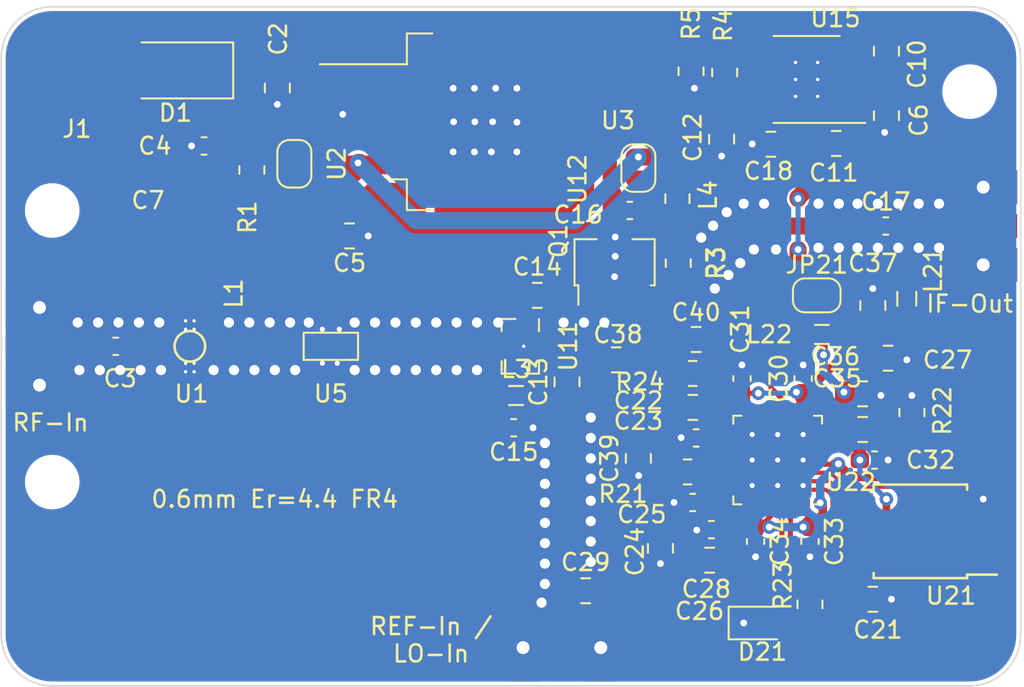
<source format=kicad_pcb>
(kicad_pcb (version 20211014) (generator pcbnew)
  (layers (0 "F.Cu" signal) (31 "B.Cu" signal) (34 "B.Paste" user) (35 "F.Paste" user) (36 "B.SilkS" user "B.Silkscreen") (37 "F.SilkS" user "F.Silkscreen") (38 "B.Mask" user) (39 "F.Mask" user) (44 "Edge.Cuts" user))
  (net 0 "")
  (net 1 "GNDREF")
  (net 2 "Net-(D1-Pad2)")
  (net 3 "Net-(C3-Pad1)")
  (net 4 "Net-(C4-Pad2)")
  (net 5 "+5V")
  (net 6 "+3V3")
  (net 7 "Net-(L1-Pad2)")
  (net 8 "Net-(C10-Pad2)")
  (net 9 "Net-(C11-Pad2)")
  (net 10 "Net-(C12-Pad2)")
  (net 11 "Net-(C14-Pad1)")
  (net 12 "Net-(C14-Pad2)")
  (net 13 "Net-(C15-Pad2)")
  (net 14 "Net-(C16-Pad2)")
  (net 15 "Net-(C17-Pad1)")
  (net 16 "Net-(C17-Pad2)")
  (net 17 "Net-(C2-Pad2)")
  (net 18 "Net-(L4-Pad2)")
  (net 19 "Net-(U5-Pad2)")
  (net 20 "Net-(R4-Pad2)")
  (net 21 "LO1")
  (net 22 "Net-(C7-Pad1)")
  (net 23 "Net-(C21-Pad1)")
  (net 24 "Net-(C22-Pad1)")
  (net 25 "Net-(C24-Pad1)")
  (net 26 "Net-(C26-Pad1)")
  (net 27 "Net-(C27-Pad1)")
  (net 28 "REF")
  (net 29 "Net-(C29-Pad2)")
  (net 30 "Net-(C35-Pad1)")
  (net 31 "Net-(C35-Pad2)")
  (net 32 "Net-(C38-Pad1)")
  (net 33 "Net-(C39-Pad1)")
  (net 34 "Net-(D21-Pad2)")
  (net 35 "Net-(R21-Pad1)")
  (net 36 "Net-(R23-Pad2)")
  (net 38 "Net-(U21-Pad2)")
  (net 41 "Net-(U21-Pad6)")
  (net 42 "Net-(U21-Pad7)")
  (net 48 "Net-(C3-Pad2)")
  (net 49 "Net-(C40-Pad1)")
  (footprint "Resistor_SMD:R_0805_2012Metric_Pad1.20x1.40mm_HandSolder" (layer "F.Cu") (at 153.6 123.9 90)
    (fp_text reference "R22")
    (fp_text value "470R")
  )
  (footprint "Capacitor_SMD:C_0805_2012Metric_Pad1.18x1.45mm_HandSolder" (layer "F.Cu") (at 131.55 117)
    (fp_text reference "C14")
    (fp_text value "100p")
  )
  (footprint "Capacitor_SMD:C_0805_2012Metric_Pad1.18x1.45mm_HandSolder" (layer "F.Cu") (at 140.9 119.6 180)
    (fp_text reference "C40")
    (fp_text value "6p8")
  )
  (footprint "Resistor_SMD:R_0805_2012Metric_Pad1.20x1.40mm_HandSolder" (layer "F.Cu") (at 139.85 115.1 90)
    (fp_text reference "R3")
    (fp_text value "56R")
  )
  (footprint "Maarten_Kicad6:QFN-12-UDB Var A 3.5x2.5mm" (layer "F.Cu") (at 130.55 120 -90)
    (fp_text reference "U11")
    (fp_text value "LTC5549")
  )
  (footprint "Capacitor_SMD:C_0603_1608Metric_Pad1.08x0.95mm_HandSolder" (layer "F.Cu") (at 140.7 129.2 180)
    (fp_text reference "C25")
    (fp_text value "10p")
  )
  (footprint "Capacitor_SMD:C_0603_1608Metric_Pad1.08x0.95mm_HandSolder" (layer "F.Cu") (at 144.4 131.5 -90)
    (fp_text reference "C34")
    (fp_text value "100p")
  )
  (footprint "Jumper:SolderJumper-2_P1.3mm_Open_RoundedPad1.0x1.5mm" (layer "F.Cu") (at 148 117)
    (fp_text reference "JP21")
    (fp_text value "~")
  )
  (footprint "Capacitor_SMD:C_0805_2012Metric_Pad1.18x1.45mm_HandSolder" (layer "F.Cu") (at 140.7 123.6 180)
    (fp_text reference "C22")
    (fp_text value "100n")
  )
  (footprint "Capacitor_SMD:C_0805_2012Metric_Pad1.18x1.45mm_HandSolder" (layer "F.Cu") (at 136.2 120.8 180)
    (fp_text reference "C38")
    (fp_text value "6p8")
  )
  (footprint "Capacitor_SMD:C_0805_2012Metric_Pad1.18x1.45mm_HandSolder" (layer "F.Cu") (at 152.1025 106.42 90)
    (fp_text reference "C6")
    (fp_text value "10u")
  )
  (footprint "Inductor_SMD:L_0805_2012Metric_Pad1.05x1.20mm_HandSolder" (layer "F.Cu") (at 148.3 119.3)
    (fp_text reference "L22")
    (fp_text value "3n9")
  )
  (footprint "Capacitor_SMD:C_0603_1608Metric_Pad1.08x0.95mm_HandSolder" (layer "F.Cu") (at 140.9 125.4 180)
    (fp_text reference "C23")
    (fp_text value "10p")
  )
  (footprint "Maarten_Kicad6:SMA_side_PCB" (layer "F.Cu") (at 157.8 112.914)
    (fp_text reference "J3" hide)
    (fp_text value "RF out")
  )
  (footprint "Capacitor_SMD:C_0805_2012Metric_Pad1.18x1.45mm_HandSolder" (layer "F.Cu") (at 134.4 134.4)
    (fp_text reference "C29")
    (fp_text value "1n")
  )
  (footprint "Capacitor_SMD:C_0603_1608Metric_Pad1.08x0.95mm_HandSolder" (layer "F.Cu") (at 130.1625 124.8 180)
    (fp_text reference "C15")
    (fp_text value "100p")
  )
  (footprint "Maarten_Kicad6:MGA-86576" (layer "F.Cu") (at 111.1 120)
    (fp_text reference "U1")
    (fp_text value "MGA-86576")
  )
  (footprint "Capacitor_SMD:C_0603_1608Metric_Pad1.08x0.95mm_HandSolder" (layer "F.Cu") (at 141.8 130.8 180)
    (fp_text reference "C28")
    (fp_text value "10p")
  )
  (footprint "Inductor_SMD:L_0805_2012Metric_Pad1.05x1.20mm_HandSolder" (layer "F.Cu") (at 130.3 122.9)
    (fp_text reference "L3")
    (fp_text value "10n")
  )
  (footprint "Maarten_Kicad6:SolderWirePad_single_SMD_4x5mm" (layer "F.Cu") (at 104.45 103.95 180)
    (fp_text reference "J1")
    (fp_text value "+12V")
  )
  (footprint "Capacitor_SMD:C_0805_2012Metric_Pad1.18x1.45mm_HandSolder" (layer "F.Cu") (at 137.5 126.6 -90)
    (fp_text reference "C39")
    (fp_text value "470p")
  )
  (footprint "Capacitor_SMD:C_0805_2012Metric_Pad1.18x1.45mm_HandSolder" (layer "F.Cu") (at 138.8 131.9 -90)
    (fp_text reference "C24")
    (fp_text value "100n")
  )
  (footprint "Resistor_SMD:R_0805_2012Metric_Pad1.20x1.40mm_HandSolder" (layer "F.Cu") (at 140.6 103.8 -90)
    (fp_text reference "R5")
    (fp_text value "10K")
  )
  (footprint "Capacitor_SMD:C_0603_1608Metric_Pad1.08x0.95mm_HandSolder" (layer "F.Cu") (at 106.7375 120)
    (fp_text reference "C3")
    (fp_text value "2p")
  )
  (footprint "Maarten_Kicad6:BFCN-8450" (layer "F.Cu") (at 119.4 120)
    (fp_text reference "U5")
    (fp_text value "BFCN-8450+")
  )
  (footprint "Capacitor_SMD:C_0805_2012Metric_Pad1.18x1.45mm_HandSolder" (layer "F.Cu") (at 120.5 113.5 180)
    (fp_text reference "C5")
    (fp_text value "10u")
  )
  (footprint "Capacitor_SMD:C_0805_2012Metric_Pad1.18x1.45mm_HandSolder" (layer "F.Cu") (at 151.3 134.9)
    (fp_text reference "C21")
    (fp_text value "100n")
  )
  (footprint "Capacitor_SMD:C_0805_2012Metric_Pad1.18x1.45mm_HandSolder" (layer "F.Cu") (at 133.3 122.1 90)
    (fp_text reference "C13")
    (fp_text value "5p6")
  )
  (footprint "Package_TO_SOT_SMD:SOT-89-3" (layer "F.Cu") (at 136.1 115.35 90)
    (fp_text reference "Q1")
    (fp_text value "PGA103+")
  )
  (footprint "Capacitor_SMD:C_0603_1608Metric_Pad1.08x0.95mm_HandSolder" (layer "F.Cu") (at 111.9375 108.2)
    (fp_text reference "C4")
    (fp_text value "100p")
  )
  (footprint "Resistor_SMD:R_0805_2012Metric_Pad1.20x1.40mm_HandSolder" (layer "F.Cu") (at 114.75 109.6125 -90)
    (fp_text reference "R1")
    (fp_text value "100R")
  )
  (footprint "Capacitor_SMD:C_0805_2012Metric_Pad1.18x1.45mm_HandSolder" (layer "F.Cu") (at 149.1425 108.0525)
    (fp_text reference "C11")
    (fp_text value "10u")
  )
  (footprint "Capacitor_SMD:C_0805_2012Metric_Pad1.18x1.45mm_HandSolder" (layer "F.Cu") (at 152.2 120.7)
    (fp_text reference "C27")
    (fp_text value "10u")
  )
  (footprint "Capacitor_SMD:C_0805_2012Metric_Pad1.18x1.45mm_HandSolder" (layer "F.Cu") (at 116.25 104.7875 90)
    (fp_text reference "C2")
    (fp_text value "10u")
  )
  (footprint "Capacitor_SMD:C_0603_1608Metric_Pad1.08x0.95mm_HandSolder" (layer "F.Cu") (at 151.4 126.7)
    (fp_text reference "C32")
    (fp_text value "100p")
  )
  (footprint "Jumper:SolderJumper-2_P1.3mm_Open_RoundedPad1.0x1.5mm" (layer "F.Cu") (at 117.25 109.25 90)
    (fp_text reference "U2")
    (fp_text value "SO")
  )
  (footprint "Package_TO_SOT_SMD:TO-263-3_TabPin2" (layer "F.Cu") (at 126.825 106.775)
    (fp_text reference "U3")
    (fp_text value "L7805")
  )
  (footprint "Jumper:SolderJumper-2_P1.3mm_Open_RoundedPad1.0x1.5mm" (layer "F.Cu") (at 137.5 109.5 90)
    (fp_text reference "U12")
    (fp_text value "SO")
  )
  (footprint "Resistor_SMD:R_0805_2012Metric_Pad1.20x1.40mm_HandSolder" (layer "F.Cu") (at 140.4 127.4 180)
    (fp_text reference "R21")
    (fp_text value "5K1")
  )
  (footprint "Capacitor_SMD:C_0805_2012Metric_Pad1.18x1.45mm_HandSolder" (layer "F.Cu") (at 145.3 108.1)
    (fp_text reference "C18")
    (fp_text value "100n")
  )
  (footprint "Capacitor_SMD:C_0603_1608Metric_Pad1.08x0.95mm_HandSolder" (layer "F.Cu") (at 152.0625 112.914)
    (fp_text reference "C17")
    (fp_text value "100p")
  )
  (footprint "Package_SO:SOIC-8-1EP_3.9x4.9mm_P1.27mm_EP2.29x3mm_ThermalVias" (layer "F.Cu") (at 147.4025 104.2825 180)
    (fp_text reference "U15")
    (fp_text value "ADM7150")
  )
  (footprint "Inductor_SMD:L_0805_2012Metric_Pad1.05x1.20mm_HandSolder" (layer "F.Cu") (at 153.3 117.2 -90)
    (fp_text reference "L21")
    (fp_text value "100u")
  )
  (footprint "Capacitor_SMD:C_0603_1608Metric_Pad1.08x0.95mm_HandSolder" (layer "F.Cu") (at 137 112)
    (fp_text reference "C16")
    (fp_text value "100p")
  )
  (footprint "Capacitor_SMD:C_0805_2012Metric_Pad1.18x1.45mm_HandSolder" (layer "F.Cu") (at 152.1025 102.62 -90)
    (fp_text reference "C10")
    (fp_text value "1u")
  )
  (footprint "Inductor_SMD:L_0201_0603Metric_Pad0.64x0.40mm_HandSolder" (layer "F.Cu") (at 112.6375 116.8875 -90)
    (fp_text reference "L1")
    (fp_text value "BLM18GG471SN1D")
  )
  (footprint "Capacitor_SMD:C_0805_2012Metric_Pad1.18x1.45mm_HandSolder" (layer "F.Cu") (at 151.3 117.6 90)
    (fp_text reference "C37")
    (fp_text value "100p")
  )
  (footprint "Diode_SMD:D_SMA" (layer "F.Cu") (at 110.25 103.75 180)
    (fp_text reference "D1")
    (fp_text value "SS34")
  )
  (footprint "Maarten_Kicad6:PrintedC" (layer "F.Cu") (at 112.5 111.1875 180)
    (fp_text reference "C7")
    (fp_text value "printedC")
  )
  (footprint "Capacitor_SMD:C_0805_2012Metric_Pad1.18x1.45mm_HandSolder" (layer "F.Cu") (at 150.7 124.9)
    (fp_text reference "C35")
    (fp_text value "47n")
  )
  (footprint "LED_SMD:LED_0805_2012Metric_Pad1.15x1.40mm_HandSolder" (layer "F.Cu") (at 144.675 136.3)
    (fp_text reference "D21")
    (fp_text value "LED")
  )
  (footprint "Capacitor_SMD:C_0603_1608Metric_Pad1.08x0.95mm_HandSolder" (layer "F.Cu") (at 147.6 131.5 -90)
    (fp_text reference "C33")
    (fp_text value "100p")
  )
  (footprint "Resistor_SMD:R_0805_2012Metric_Pad1.20x1.40mm_HandSolder" (layer "F.Cu") (at 140.7 121.6 180)
    (fp_text reference "R24")
    (fp_text value "2K2")
  )
  (footprint "Capacitor_SMD:C_0805_2012Metric_Pad1.18x1.45mm_HandSolder" (layer "F.Cu") (at 150.7 122.8)
    (fp_text reference "C36")
    (fp_text value "3n3")
  )
  (footprint "Maarten_Kicad6:SMA_side_PCB" (layer "F.Cu") (at 102.25 120)
    (fp_text reference "J2" hide)
    (fp_text value "RF-In")
  )
  (footprint "MountingHole:MountingHole_2.7mm_M2.5_DIN965" (layer "F.Cu") (at 103 112)
    (fp_text reference "REF**" hide)
    (fp_text value "MountingHole_2.7mm_M2.5_DIN965" hide)
  )
  (footprint "Package_CSP:LFCSP-32-1EP_5x5mm_P0.5mm_EP3.6x3.6mm_ThermalVias" (layer "F.Cu") (at 145.7 126.7 180)
    (fp_text reference "U22")
    (fp_text value "ADF4351")
  )
  (footprint "Maarten_Kicad6:SMA_side_PCB" (layer "F.Cu") (at 133 137.75 90)
    (fp_text reference "J4" hide)
    (fp_text value "LO-In")
  )
  (footprint "Capacitor_SMD:C_0805_2012Metric_Pad1.18x1.45mm_HandSolder" (layer "F.Cu") (at 141.7 132.6 180)
    (fp_text reference "C26")
    (fp_text value "100n")
  )
  (footprint "Capacitor_SMD:C_0805_2012Metric_Pad1.18x1.45mm_HandSolder" (layer "F.Cu") (at 142.4 107.8 90)
    (fp_text reference "C12")
    (fp_text value "1u")
  )
  (footprint "MountingHole:MountingHole_2.7mm_M2.5_DIN965" (layer "F.Cu") (at 103 128)
    (fp_text reference "REF**" hide)
    (fp_text value "MountingHole_2.7mm_M2.5_DIN965" hide)
  )
  (footprint "Capacitor_SMD:C_0603_1608Metric_Pad1.08x0.95mm_HandSolder" (layer "F.Cu") (at 143.6 121.9 90)
    (fp_text reference "C31")
    (fp_text value "100p")
  )
  (footprint "Capacitor_SMD:C_0603_1608Metric_Pad1.08x0.95mm_HandSolder" (layer "F.Cu") (at 147.2 121.9 90)
    (fp_text reference "C30")
    (fp_text value "100p")
  )
  (footprint "Package_SO:SOIC-8W_5.3x5.3mm_P1.27mm" (layer "F.Cu") (at 154.1 130.9 180)
    (fp_text reference "U21")
    (fp_text value "ATtiny85-20S")
  )
  (footprint "Resistor_SMD:R_0805_2012Metric_Pad1.20x1.40mm_HandSolder" (layer "F.Cu") (at 147.6 135.2 90)
    (fp_text reference "R23")
    (fp_text value "470R")
  )
  (footprint "MountingHole:MountingHole_2.7mm_M2.5_DIN965" (layer "F.Cu") (at 157 105)
    (fp_text reference "REF**" hide)
    (fp_text value "MountingHole_2.7mm_M2.5_DIN965" hide)
  )
  (footprint "Inductor_SMD:L_0805_2012Metric_Pad1.15x1.40mm_HandSolder" (layer "F.Cu") (at 139.8 111.3 -90)
    (fp_text reference "L4")
    (fp_text value "150n")
  )
  (footprint "Resistor_SMD:R_0805_2012Metric_Pad1.20x1.40mm_HandSolder" (layer "F.Cu") (at 142.58 103.87125 90)
    (fp_text reference "R4")
    (fp_text value "12K")
  )
  (gr_line (start 157 140) (end 103 140) (layer "Edge.Cuts") (width 0.1))
  (gr_line (start 100 137) (end 100 103) (layer "Edge.Cuts") (width 0.1))
  (gr_line (start 103 100) (end 157 100) (layer "Edge.Cuts") (width 0.1))
  (gr_arc (start 160 137) (mid 159.12132 139.12132) (end 157 140) (layer "Edge.Cuts") (width 0.1))
  (gr_line (start 160 103) (end 160 137) (layer "Edge.Cuts") (width 0.1))
  (gr_arc (start 157 100) (mid 159.12132 100.87868) (end 160 103) (layer "Edge.Cuts") (width 0.1))
  (gr_arc (start 103 140) (mid 100.87868 139.12132) (end 100 137) (layer "Edge.Cuts") (width 0.1))
  (gr_arc (start 100 103) (mid 100.87868 100.87868) (end 103 100) (layer "Edge.Cuts") (width 0.1))
  (gr_text "0.6mm Er=4.4 FR4" (at 116.1 129) (layer "F.SilkS") (effects (font (size 1 1))))
  (gr_text "IF-Out" (at 157 117.5) (layer "F.SilkS") (effects (font (size 1 1))))
  (gr_text "RF-In" (at 102.9 124.5) (layer "F.SilkS") (effects (font (size 1 1))))
  (gr_text "REF-In /\nLO-In" (at 125.3 137.3) (layer "F.SilkS") (effects (font (size 1 1))))
  (segment (start 140.525 131.2125) (end 140.9125 130.825) (width 1) (layer "F.Cu") (net 1))
  (segment (start 136.1375 112) (end 136.1375 113.5625) (width 1) (layer "F.Cu") (net 1))
  (segment (start 140.9125 130.825) (end 140.9375 130.825) (width 1) (layer "F.Cu") (net 1))
  (segment (start 144.45 125.45) (end 145.7 126.7) (width 0.3) (layer "F.Cu") (net 1))
  (segment (start 126.625 106.775) (end 122.625 106.775) (width 1) (layer "F.Cu") (net 1))
  (segment (start 130.85 120.453553) (end 130.996447 120.6) (width 0.25) (layer "F.Cu") (net 1))
  (segment (start 130.996447 119.6) (end 130.85 119.746447) (width 0.25) (layer "F.Cu") (net 1))
  (segment (start 139 132.6) (end 138.8 132.8) (width 1) (layer "F.Cu") (net 1))
  (segment (start 132.824511 109.775489) (end 132.824511 110.374511) (width 1) (layer "F.Cu") (net 1))
  (segment (start 136.1375 114.5625) (end 136.1375 115.3625) (width 1) (layer "F.Cu") (net 1))
  (segment (start 132.049022 111.15) (end 128.35 111.15) (width 1) (layer "F.Cu") (net 1))
  (segment (start 131.096447 119.5) (end 131.05 119.546447) (width 0.3) (layer "F.Cu") (net 1))
  (segment (start 137.7375 127.4) (end 137.51875 127.61875) (width 1) (layer "F.Cu") (net 1))
  (segment (start 148.1 124.95) (end 147.4 124.95) (width 0.3) (layer "F.Cu") (net 1))
  (segment (start 130.05 118.725) (end 130.05 119.3) (width 0.25) (layer "F.Cu") (net 1))
  (segment (start 146.95 127.95) (end 145.7 126.7) (width 0.3) (layer "F.Cu") (net 1))
  (segment (start 148.0525 103.2825) (end 148.9575 102.3775) (width 1) (layer "F.Cu") (net 1))
  (segment (start 130.85 119.746447) (end 130.85 120.1) (width 0.25) (layer "F.Cu") (net 1))
  (segment (start 136.1375 116.875) (end 136.1 116.9125) (width 1) (layer "F.Cu") (net 1))
  (segment (start 148.0525 105.2825) (end 148.0525 108) (width 1) (layer "F.Cu") (net 1))
  (segment (start 137.51875 127.61875) (end 137.5 127.6375) (width 1) (layer "F.Cu") (net 1))
  (segment (start 146.84 103.195) (end 146.7525 103.2825) (width 1) (layer "F.Cu") (net 1))
  (segment (start 139.4 127.4) (end 137.7375 127.4) (width 1) (layer "F.Cu") (net 1))
  (segment (start 145.7 126.65) (end 145.7 126.7) (width 0.3) (layer "F.Cu") (net 1))
  (segment (start 148.0525 108) (end 148.105 108.0525) (width 1) (layer "F.Cu") (net 1))
  (segment (start 144.95 129.1) (end 144.95 127.45) (width 0.3) (layer "F.Cu") (net 1))
  (segment (start 140.525 132.6) (end 140.525 131.2125) (width 1) (layer "F.Cu") (net 1))
  (segment (start 130.45 120.5) (end 130.85 120.1) (width 0.25) (layer "F.Cu") (net 1))
  (segment (start 146.45 124.3) (end 146.45 125.95) (width 0.3) (layer "F.Cu") (net 1))
  (segment (start 130.996447 120.6) (end 131.55 120.6) (width 0.25) (layer "F.Cu") (net 1))
  (segment (start 131.55 119.5) (end 131.096447 119.5) (width 0.3) (layer "F.Cu") (net 1))
  (segment (start 143.3 126.95) (end 145.45 126.95) (width 0.3) (layer "F.Cu") (net 1))
  (segment (start 122.625 106.775) (end 120.5375 106.775) (width 1) (layer "F.Cu") (net 1))
  (segment (start 147.4 124.95) (end 145.7 126.65) (width 0.3) (layer "F.Cu") (net 1))
  (segment (start 136.2375 113.4125) (end 136.2375 114.4125) (width 1) (layer "F.Cu") (net 1))
  (segment (start 143.3 125.45) (end 144.45 125.45) (width 0.3) (layer "F.Cu") (net 1))
  (segment (start 130.45 120.5) (end 129.55 120.5) (width 0.3) (layer "F.Cu") (net 1))
  (segment (start 139.6625 125.025) (end 140.01875 125.38125) (width 1) (layer "F.Cu") (net 1))
  (segment (start 130.85 120.1) (end 130.85 120.453553) (width 0.25) (layer "F.Cu") (net 1))
  (segment (start 149.8775 102.3775) (end 151.3075 102.3775) (width 1) (layer "F.Cu") (net 1))
  (segment (start 151.775 122.9) (end 151.675 122.8) (width 1) (layer "F.Cu") (net 1))
  (segment (start 131.05 119.546447) (end 130.85 119.746447) (width 0.25) (layer "F.Cu") (net 1))
  (segment (start 129.55 119.5) (end 130.25 119.5) (width 0.3) (layer "F.Cu") (net 1))
  (segment (start 143.085 108.1525) (end 142.4 108.8375) (width 1) (layer "F.Cu") (net 1))
  (segment (start 146.45 125.95) (end 145.7 126.7) (width 0.3) (layer "F.Cu") (net 1))
  (segment (start 146.95 129.1) (end 146.95 127.95) (width 0.3) (layer "F.Cu") (net 1))
  (segment (start 144.95 127.45) (end 145.7 126.7) (width 0.3) (layer "F.Cu") (net 1))
  (segment (start 130.25 119.5) (end 130.275 119.525) (width 0.3) (layer "F.Cu") (net 1))
  (segment (start 127.875 106.775) (end 126.625 106.775) (width 1) (layer "F.Cu") (net 1))
  (segment (start 140.01875 125.38125) (end 140.0375 125.4) (width 1) (layer "F.Cu") (net 1))
  (segment (start 153.6 122.9) (end 151.775 122.9) (width 1) (layer "F.Cu") (net 1))
  (segment (start 130.82548 120.12452) (end 130.82548 120.1) (width 0.3) (layer "F.Cu") (net 1))
  (segment (start 144.205 108.1525) (end 143.085 108.1525) (width 1) (layer "F.Cu") (net 1))
  (segment (start 136.1375 113.5625) (end 136.1375 114.5625) (width 1) (layer "F.Cu") (net 1))
  (segment (start 120.5375 106.775) (end 120.1 106.3375) (width 1) (layer "F.Cu") (net 1))
  (segment (start 140.6625 132.6) (end 139 132.6) (width 1) (layer "F.Cu") (net 1))
  (segment (start 138.8 132.8) (end 138.682176 132.8) (width 1) (layer "F.Cu") (net 1))
  (segment (start 136.2375 114.4125) (end 136.2375 115.4125) (width 1) (layer "F.Cu") (net 1))
  (segment (start 130.05 119.3) (end 130.275 119.525) (width 0.25) (layer "F.Cu") (net 1))
  (segment (start 130.275 119.525) (end 130.45 119.7) (width 0.25) (layer "F.Cu") (net 1))
  (segment (start 139.8375 129.2) (end 139.8375 127.8375) (width 1) (layer "F.Cu") (net 1))
  (segment (start 130.45 119.7) (end 130.85 120.1) (width 0.25) (layer "F.Cu") (net 1))
  (segment (start 139.6625 123.6) (end 139.6625 125.025) (width 1) (layer "F.Cu") (net 1))
  (segment (start 136.2375 115.4125) (end 136.2375 116.6625) (width 1) (layer "F.Cu") (net 1))
  (segment (start 128.925 106.775) (end 127.875 106.775) (width 1) (layer "F.Cu") (net 1))
  (segment (start 136.2375 116.775) (end 136.1 116.9125) (width 1) (layer "F.Cu") (net 1))
  (segment (start 147.45 124.95) (end 145.7 126.7) (width 0.3) (layer "F.Cu") (net 1))
  (segment (start 148.9575 102.3775) (end 149.8775 102.3775) (width 1) (layer "F.Cu") (net 1))
  (segment (start 145.45 126.95) (end 145.7 126.7) (width 0.3) (layer "F.Cu") (net 1))
  (segment (start 136.2375 116.6625) (end 136.2375 116.775) (width 1) (layer "F.Cu") (net 1))
  (segment (start 131.05 118.775) (end 131.05 119.546447) (width 0.25) (layer "F.Cu") (net 1))
  (segment (start 148.105 108.385) (end 148.105 108.0525) (width 1) (layer "F.Cu") (net 1))
  (segment (start 136.1375 115.3625) (end 136.1375 116.875) (width 1) (layer "F.Cu") (net 1))
  (segment (start 139.8375 127.8375) (end 139.4 127.4) (width 1) (layer "F.Cu") (net 1))
  (segment (start 132.824511 110.374511) (end 132.049022 111.15) (width 1) (layer "F.Cu") (net 1))
  (segment (start 139.6 129.2) (end 139.8375 129.2) (width 1) (layer "F.Cu") (net 1))
  (segment (start 147.45 124.3) (end 147.45 124.95) (width 0.3) (layer "F.Cu") (net 1))
  (segment (start 151.3075 102.3775) (end 152.1025 101.5825) (width 1) (layer "F.Cu") (net 1))
  (via (at 115.8 118.6) (size 0.8) (drill 0.6) (layers "F.Cu" "B.Cu") (net 1))
  (via (at 136.1375 113.5625) (size 0.8) (drill 0.4) (layers "F.Cu" "B.Cu") (net 1))
  (via (at 124.4 118.6) (size 0.8) (drill 0.6) (layers "F.Cu" "B.Cu") (net 1))
  (via (at 104.6 121.4) (size 0.8) (drill 0.6) (layers "F.Cu" "B.Cu") (net 1))
  (via (at 105.7 118.6) (size 0.8) (drill 0.6) (layers "F.Cu" "B.Cu") (net 1))
  (via (at 117 118.6) (size 0.8) (drill 0.6) (layers "F.Cu" "B.Cu") (net 1))
  (via (at 139.6 129.2) (size 0.8) (drill 0.4) (layers "F.Cu" "B.Cu") (net 1))
  (via (at 117.3 121.4) (size 0.8) (drill 0.6) (layers "F.Cu" "B.Cu") (net 1))
  (via (at 128 118.6) (size 0.8) (drill 0.6) (layers "F.Cu" "B.Cu") (net 1))
  (via (at 132 134) (size 0.8) (drill 0.6) (layers "F.Cu" "B.Cu") (net 1))
  (via (at 151.3 116.6) (size 0.8) (drill 0.4) (layers "F.Cu" "B.Cu") (net 1))
  (via (at 129.25 118.6) (size 0.8) (drill 0.6) (layers "F.Cu" "B.Cu") (net 1))
  (via (at 134.7 125.4) (size 0.8) (drill 0.6) (layers "F.Cu" "B.Cu") (net 1))
  (via (at 147.6 132.4) (size 0.8) (drill 0.4) (layers "F.Cu" "B.Cu") (net 1))
  (via (at 152.8 114.2) (size 0.8) (drill 0.6) (layers "F.Cu" "B.Cu") (net 1))
  (via (at 125.6 118.6) (size 0.8) (drill 0.6) (layers "F.Cu" "B.Cu") (net 1))
  (via (at 134.7 131.5) (size 0.8) (drill 0.6) (layers "F.Cu" "B.Cu") (net 1))
  (via (at 140.8 104.8) (size 0.8) (drill 0.4) (layers "F.Cu" "B.Cu") (net 1))
  (via (at 108.2 121.4) (size 0.8) (drill 0.6) (layers "F.Cu" "B.Cu") (net 1))
  (via (at 141.9 112.9) (size 0.8) (drill 0.6) (layers "F.Cu" "B.Cu") (net 1))
  (via (at 143.7 111.6) (size 0.8) (drill 0.6) (layers "F.Cu" "B.Cu") (net 1))
  (via (at 144.2025 108.0825) (size 0.8) (drill 0.4) (layers "F.Cu" "B.Cu") (net 1))
  (via (at 124.4 121.4) (size 0.8) (drill 0.6) (layers "F.Cu" "B.Cu") (net 1))
  (via (at 142.7 112.1) (size 0.8) (drill 0.6) (layers "F.Cu" "B.Cu") (net 1))
  (via (at 120.8 121.4) (size 0.8) (drill 0.6) (layers "F.Cu" "B.Cu") (net 1))
  (via (at 132 128.1) (size 0.8) (drill 0.6) (layers "F.Cu" "B.Cu") (net 1))
  (via (at 138.8 132.8) (size 0.8) (drill 0.4) (layers "F.Cu" "B.Cu") (net 1))
  (via (at 109.4 121.4) (size 0.8) (drill 0.6) (layers "F.Cu" "B.Cu") (net 1))
  (via (at 136.1375 114.7) (size 0.8) (drill 0.4) (layers "F.Cu" "B.Cu") (net 1))
  (via (at 143.6 121.1) (size 0.8) (drill 0.4) (layers "F.Cu" "B.Cu") (net 1))
  (via (at 144.9 111.6) (size 0.8) (drill 0.6) (layers "F.Cu" "B.Cu") (net 1))
  (via (at 149.3 111.6) (size 0.8) (drill 0.6) (layers "F.Cu" "B.Cu") (net 1))
  (via (at 153.6 122.9) (size 0.8) (drill 0.4) (layers "F.Cu" "B.Cu") (net 1))
  (via (at 152 107.4) (size 0.8) (drill 0.4) (layers "F.Cu" "B.Cu") (net 1))
  (via (at 150.4 111.6) (size 0.8) (drill 0.6) (layers "F.Cu" "B.Cu") (net 1))
  (via (at 132 130.4) (size 0.8) (drill 0.6) (layers "F.Cu" "B.Cu") (net 1))
  (via (at 157.8 129) (size 0.8) (drill 0.4) (layers "F.Cu" "B.Cu") (net 1))
  (via (at 152.8 111.6) (size 0.8) (drill 0.6) (layers "F.Cu" "B.Cu") (net 1))
  (via (at 142 116.6) (size 0.8) (drill 0.6) (layers "F.Cu" "B.Cu") (net 1))
  (via (at 134.7 124.2) (size 0.8) (drill 0.6) (layers "F.Cu" "B.Cu") (net 1))
  (via (at 120.8 118.6) (size 0.8) (drill 0.6) (layers "F.Cu" "B.Cu") (net 1))
  (via (at 131.8 135.1) (size 0.8) (drill 0.6) (layers "F.Cu" "B.Cu") (net 1))
  (via (at 116.25 105.75) (size 0.8) (drill 0.4) (layers "F.Cu" "B.Cu") (net 1))
  (via (at 141.2 113.6) (size 0.8) (drill 0.6) (layers "F.Cu" "B.Cu") (net 1))
  (via (at 128.925 106.775) (size 0.8) (drill 0.4) (layers "F.Cu" "B.Cu") (net 1))
  (via (at 137.51875 127.61875) (size 0.8) (drill 0.4) (layers "F.Cu" "B.Cu") (net 1))
  (via (at 123.2 121.4) (size 0.8) (drill 0.6) (layers "F.Cu" "B.Cu") (net 1))
  (via (at 134.3 118.6) (size 0.8) (drill 0.6) (layers "F.Cu" "B.Cu") (net 1))
  (via (at 122 118.6) (size 0.8) (drill 0.6) (layers "F.Cu" "B.Cu") (net 1))
  (via (at 127.85 104.8) (size 0.8) (drill 0.4) (layers "F.Cu" "B.Cu") (net 1))
  (via (at 126.8 118.6) (size 0.8) (drill 0.6) (layers "F.Cu" "B.Cu") (net 1))
  (via (at 134.7 130.3) (size 0.8) (drill 0.6) (layers "F.Cu" "B.Cu") (net 1))
  (via (at 114.6 118.6) (size 0.8) (drill 0.6) (layers "F.Cu" "B.Cu") (net 1))
  (via (at 151.6 114.2) (size 0.8) (drill 0.6) (layers "F.Cu" "B.Cu") (net 1))
  (via (at 144.3 114.3) (size 0.8) (drill 0.6) (layers "F.Cu" "B.Cu") (net 1))
  (via (at 126.625 106.775) (size 0.8) (drill 0.4) (layers "F.Cu" "B.Cu") (net 1))
  (via (at 129.1 104.8) (size 0.8) (drill 0.4) (layers "F.Cu" "B.Cu") (net 1))
  (via (at 155.2 111.6) (size 0.8) (drill 0.6) (layers "F.Cu" "B.Cu") (net 1))
  (via (at 140.01875 125.38125) (size 0.8) (drill 0.4) (layers "F.Cu" "B.Cu") (net 1))
  (via (at 144.4 132.4) (size 0.8) (drill 0.4) (layers "F.Cu" "B.Cu") (net 1))
  (via (at 132 125.7) (size 0.8) (drill 0.6) (layers "F.Cu" "B.Cu") (net 1))
  (via (at 132 132.8) (size 0.8) (drill 0.6) (layers "F.Cu" "B.Cu") (net 1))
  (via (at 148.1 111.6) (size 0.8) (drill 0.6) (layers "F.Cu" "B.Cu") (net 1))
  (via (at 112.5 121.4) (size 0.8) (drill 0.6) (layers "F.Cu" "B.Cu") (net 1))
  (via (at 134.7 129.1) (size 0.8) (drill 0.6) (layers "F.Cu" "B.Cu") (net 1))
  (via (at 113.7 121.4) (size 0.8) (drill 0.6) (layers "F.Cu" "B.Cu") (net 1))
  (via (at 123.2 118.6) (size 0.8) (drill 0.6) (layers "F.Cu" "B.Cu") (net 1))
  (via (at 104.5 118.6) (size 0.8) (drill 0.6) (layers "F.Cu" "B.Cu") (net 1))
  (via (at 105.8 121.4) (size 0.8) (drill 0.6) (layers "F.Cu" "B.Cu") (net 1))
  (via (at 154 114.2) (size 0.8) (drill 0.6) (layers "F.Cu" "B.Cu") (net 1))
  (via (at 150.4 114.2) (size 0.8) (drill 0.6) (layers "F.Cu" "B.Cu") (net 1))
  (via (at 107 121.4) (size 0.8) (drill 0.6) (layers "F.Cu" "B.Cu") (net 1))
  (via (at 148.1 114.2) (size 0.8) (drill 0.6) (layers "F.Cu" "B.Cu") (net 1))
  (via (at 135.5 118.6) (size 0.8) (drill 0.6) (layers "F.Cu" "B.Cu") (net 1))
  (via (at 147.2 121.1) (size 0.8) (drill 0.4) (layers "F.Cu" "B.Cu") (net 1))
  (via (at 120.1 106.3375) (size 0.8) (drill 0.4) (layers "F.Cu" "B.Cu") (net 1))
  (via (at 155.2 114.2) (size 0.8) (drill 0.6) (layers "F.Cu" "B.Cu") (net 1))
  (via (at 113.4 118.6) (size 0.8) (drill 0.6) (layers "F.Cu" "B.Cu") (net 1))
  (via (at 134.7 132.7) (size 0.8) (drill 0.6) (layers "F.Cu" "B.Cu") (net 1))
  (via (at 127.85 108.55) (size 0.8) (drill 0.4) (layers "F.Cu" "B.Cu") (net 1))
  (via (at 153.3 120.8) (size 0.8) (drill 0.4) (layers "F.Cu" "B.Cu") (net 1))
  (via (at 118.1 118.6) (size 0.8) (drill 0.6) (layers "F.Cu" "B.Cu") (net 1))
  (via (at 126.6 104.8) (size 0.8) (drill 0.4) (layers "F.Cu" "B.Cu") (net 1))
  (via (at 130.35 106.8) (size 0.8) (drill 0.4) (layers "F.Cu" "B.Cu") (net 1))
  (via (at 152.2 126.7) (size 0.8) (drill 0.4) (layers "F.Cu" "B.Cu") (net 1))
  (via (at 143.7 136.3) (size 0.8) (drill 0.4) (layers "F.Cu" "B.Cu") (net 1))
  (via (at 111.2 108.2) (size 0.8) (drill 0.4) (layers "F.Cu" "B.Cu") (net 1))
  (via (at 116.1 121.4) (size 0.8) (drill 0.6) (layers "F.Cu" "B.Cu") (net 1))
  (via (at 142.8 115.8) (size 0.8) (drill 0.6) (layers "F.Cu" "B.Cu") (net 1))
  (via (at 128.85 108.55) (size 0.8) (drill 0.4) (layers "F.Cu" "B.Cu") (net 1))
  (via (at 122 121.4) (size 0.8) (drill 0.6) (layers "F.Cu" "B.Cu") (net 1))
  (via (at 149.3 114.2) (size 0.8) (drill 0.6) (layers "F.Cu" "B.Cu") (net 1))
  (via (at 130.35 104.8) (size 0.8) (drill 0.4) (layers "F.Cu" "B.Cu") (net 1))
  (via (at 140.9375 130.825) (size 0.8) (drill 0.4) (layers "F.Cu" "B.Cu") (net 1))
  (via (at 134.7 126.6) (size 0.8) (drill 0.6) (layers "F.Cu" "B.Cu") (net 1))
  (via (at 142.4 108.8) (size 0.8) (drill 0.4) (layers "F.Cu" "B.Cu") (net 1))
  (via (at 151.775 122.9) (size 0.8) (drill 0.4) (layers "F.Cu" "B.Cu") (net 1))
  (via (at 126.8 121.4) (size 0.8) (drill 0.6) (layers "F.Cu" "B.Cu") (net 1))
  (via (at 152.4 134.9) (size 0.8) (drill 0.4) (layers "F.Cu" "B.Cu") (net 1))
  (via (at 132 131.6) (size 0.8) (drill 0.6) (layers "F.Cu" "B.Cu") (net 1))
  (via (at 143.5 115.1) (size 0.8) (drill 0.6) (layers "F.Cu" "B.Cu") (net 1))
  (via (at 145.6 114.3) (size 0.8) (drill 0.6) (layers "F.Cu" "B.Cu") (net 1))
  (via (at 154 111.6) (size 0.8) (drill 0.6) (layers "F.Cu" "B.Cu") (net 1))
  (via (at 132 126.9) (size 0.8) (drill 0.6) (layers "F.Cu" "B.Cu") (net 1))
  (via (at 128 121.4) (size 0.8) (drill 0.6) (layers "F.Cu" "B.Cu") (net 1))
  (via (at 151.6 111.6) (size 0.8) (drill 0.6) (layers "F.Cu" "B.Cu") (net 1))
  (via (at 114.9 121.4) (size 0.8) (drill 0.6) (layers "F.Cu" "B.Cu") (net 1))
  (via (at 133.1 118.6) (size 0.8) (drill 0.6) (layers "F.Cu" "B.Cu") (net 1))
  (via (at 109.3 118.6) (size 0.8) (drill 0.6) (layers "F.Cu" "B.Cu") (net 1))
  (via (at 130.35 108.55) (size 0.8) (drill 0.4) (layers "F.Cu" "B.Cu") (net 1))
  (via (at 108.1 118.6) (size 0.8) (drill 0.6) (layers "F.Cu" "B.Cu") (net 1))
  (via (at 125.6 121.4) (size 0.8) (drill 0.6) (layers "F.Cu" "B.Cu") (net 1))
  (via (at 132 129.2) (size 0.8) (drill 0.6) (layers "F.Cu" "B.Cu") (net 1))
  (via (at 134.7 127.8) (size 0.8) (drill 0.6) (layers "F.Cu" "B.Cu") (net 1))
  (via (at 121.6 113.5) (size 0.8) (drill 0.4) (layers "F.Cu" "B.Cu") (net 1))
  (via (at 136.1 115.9) (size 0.8) (drill 0.4) (layers "F.Cu" "B.Cu") (net 1))
  (via (at 126.6 108.55) (size 0.8) (drill 0.4) (layers "F.Cu" "B.Cu") (net 1))
  (via (at 127.875 106.775) (size 0.8) (drill 0.4) (layers "F.Cu" "B.Cu") (net 1))
  (via (at 131.3 124.8) (size 0.8) (drill 0.4) (layers "F.Cu" "B.Cu") (net 1))
  (via (at 106.9 118.6) (size 0.8) (drill 0.6) (layers "F.Cu" "B.Cu") (net 1))
  (segment (start 108.25 103.75) (end 104.65 103.75) (width 1) (layer "F.Cu") (net 2))
  (segment (start 105.45 102.95) (end 104.45 103.95) (width 1.3) (layer "F.Cu") (net 2))
  (segment (start 104.65 103.75) (end 104.45 103.95) (width 1) (layer "F.Cu") (net 2))
  (segment (start 105.875 120) (end 102.25 120) (width 1) (layer "F.Cu") (net 3))
  (segment (start 114.775 108.6375) (end 114.75 108.6125) (width 1) (layer "F.Cu") (net 4))
  (segment (start 114.3375 108.2) (end 114.75 108.6125) (width 1) (layer "F.Cu") (net 4))
  (segment (start 114.75 108.6125) (end 116.8625 108.6125) (width 1) (layer "F.Cu") (net 4))
  (segment (start 112.8 108.2) (end 114.3375 108.2) (width 1) (layer "F.Cu") (net 4))
  (segment (start 117.5 110.15) (end 117.31202 109.96202) (width 1.3) (layer "F.Cu") (net 5))
  (segment (start 119.4625 110.9025) (end 119.4625 113.5) (width 1.3) (layer "F.Cu") (net 5))
  (segment (start 141.32452 110.12452) (end 141.19952 109.99952) (width 1) (layer "F.Cu") (net 5))
  (segment (start 146.345848 108.254152) (end 144.454152 110.145848) (width 1) (layer "F.Cu") (net 5))
  (segment (start 144.388304 110.12452) (end 141.32452 110.12452) (width 1) (layer "F.Cu") (net 5))
  (segment (start 121.05 109.315) (end 120.215 110.15) (width 1.3) (layer "F.Cu") (net 5))
  (segment (start 120.215 110.15) (end 117.5 110.15) (width 1.3) (layer "F.Cu") (net 5))
  (segment (start 144.9275 104.9175) (end 144.9275 106.1875) (width 1) (layer "F.Cu") (net 5))
  (segment (start 121.05 109.315) (end 119.4625 110.9025) (width 1.3) (layer "F.Cu") (net 5))
  (segment (start 146.28 108.1525) (end 146.28 107.54) (width 1) (layer "F.Cu") (net 5))
  (segment (start 140.65 108.85) (end 140.97548 109.17548) (width 1) (layer "F.Cu") (net 5))
  (segment (start 137.5 108.85) (end 140.65 108.85) (width 1) (layer "F.Cu") (net 5))
  (segment (start 140.97548 109.17548) (end 140.97548 109.332656) (width 1) (layer "F.Cu") (net 5))
  (segment (start 117.31202 109.96202) (end 117.25 109.96202) (width 1.3) (layer "F.Cu") (net 5))
  (segment (start 141.19952 109.99952) (end 141.19952 109.792344) (width 1) (layer "F.Cu") (net 5))
  (segment (start 146.28 107.54) (end 144.9275 106.1875) (width 1) (layer "F.Cu") (net 5))
  (segment (start 146.28 108.1525) (end 146.28 108.66) (width 1) (layer "F.Cu") (net 5))
  (segment (start 146.28 108.1525) (end 146.28 108.232824) (width 1) (layer "F.Cu") (net 5))
  (via (at 121 109.2) (size 0.8) (drill 0.4) (layers "F.Cu" "B.Cu") (net 5))
  (via (at 137.5 108.85) (size 0.8) (drill 0.4) (layers "F.Cu" "B.Cu") (net 5))
  (segment (start 124.4 112.6) (end 133.75 112.6) (width 1) (layer "B.Cu") (net 5))
  (segment (start 133.75 112.6) (end 137.5 108.85) (width 1) (layer "B.Cu") (net 5))
  (segment (start 121 109.2) (end 124.4 112.6) (width 1) (layer "B.Cu") (net 5))
  (segment (start 139.7 118.4) (end 137.4 118.4) (width 0.3) (layer "F.Cu") (net 6))
  (segment (start 135.9 122.1) (end 132.3 122.1) (width 0.3) (layer "F.Cu") (net 6))
  (segment (start 146.9 111.245056) (end 148.545056 109.6) (width 1) (layer "F.Cu") (net 6))
  (segment (start 151.0375 104.9175) (end 151.4025 105.2825) (width 1) (layer "F.Cu") (net 6))
  (segment (start 148.545056 109.6) (end 152.115324 109.6) (width 1) (layer "F.Cu") (net 6))
  (segment (start 147.35 117) (end 146.75 117.6) (width 0.3) (layer "F.Cu") (net 6))
  (segment (start 132.3 122.1) (end 131.5 122.9) (width 0.3) (layer "F.Cu") (net 6))
  (segment (start 136.2 121.8) (end 135.9 122.1) (width 0.3) (layer "F.Cu") (net 6))
  (segment (start 152.115324 109.6) (end 153.6 108.115324) (width 1) (layer "F.Cu") (net 6))
  (segment (start 146.9 116.55) (end 147.35 117) (width 1) (layer "F.Cu") (net 6))
  (segment (start 149.8775 104.9175) (end 151.0375 104.9175) (width 1) (layer "F.Cu") (net 6))
  (segment (start 146.9 111.3) (end 146.9 111.245056) (width 1) (layer "F.Cu") (net 6))
  (segment (start 146.9 114.3) (end 146.9 116.55) (width 1) (layer "F.Cu") (net 6))
  (segment (start 153.6 106.2) (end 152.8 105.4) (width 1) (layer "F.Cu") (net 6))
  (segment (start 136.2 119.6) (end 136.2 121.8) (width 0.3) (layer "F.Cu") (net 6))
  (segment (start 153.6 108.115324) (end 153.6 106.2) (width 1) (layer "F.Cu") (net 6))
  (segment (start 137.4 118.4) (end 136.2 119.6) (width 0.3) (layer "F.Cu") (net 6))
  (segment (start 146.75 117.6) (end 140.5 117.6) (width 0.3) (layer "F.Cu") (net 6))
  (segment (start 140.5 117.6) (end 139.7 118.4) (width 0.3) (layer "F.Cu") (net 6))
  (via (at 146.9 114.3) (size 0.8) (drill 0.4) (layers "F.Cu" "B.Cu") (net 6))
  (via (at 146.9 111.3) (size 0.8) (drill 0.4) (layers "F.Cu" "B.Cu") (net 6))
  (segment (start 146.9 111.3) (end 146.9 114.3) (width 0.3) (layer "B.Cu") (net 6))
  (segment (start 117.6 120) (end 112.6 120) (width 1) (layer "F.Cu") (net 7))
  (segment (start 112.6375 117.295) (end 112.6 117.3325) (width 0.2) (layer "F.Cu") (net 7))
  (segment (start 112.6 117.3325) (end 112.6 120) (width 0.2) (layer "F.Cu") (net 7))
  (segment (start 149.8775 103.6475) (end 152.0925 103.6475) (width 1) (layer "F.Cu") (net 8))
  (segment (start 152.0925 103.6475) (end 152.1025 103.6575) (width 1) (layer "F.Cu") (net 8))
  (segment (start 150.18 108.0525) (end 150.18 106.49) (width 1) (layer "F.Cu") (net 9))
  (segment (start 150.18 106.49) (end 149.8775 106.1875) (width 1) (layer "F.Cu") (net 9))
  (segment (start 143.7525 103.6475) (end 144.9275 103.6475) (width 0.5) (layer "F.Cu") (net 10))
  (segment (start 142.4 105.05125) (end 142.58 104.87125) (width 0.5) (layer "F.Cu") (net 10))
  (segment (start 142.58 104.87125) (end 142.58 104.82) (width 0.5) (layer "F.Cu") (net 10))
  (segment (start 142.58 104.82) (end 143.7525 103.6475) (width 0.5) (layer "F.Cu") (net 10))
  (segment (start 142.4 106.7625) (end 142.4 105.05125) (width 0.5) (layer "F.Cu") (net 10))
  (segment (start 130.55 117.1375) (end 130.55 118.725) (width 0.3) (layer "F.Cu") (net 11))
  (segment (start 132.6875 117) (end 132.5875 117.1) (width 1) (layer "F.Cu") (net 12))
  (segment (start 134.6 117) (end 132.6875 117) (width 1) (layer "F.Cu") (net 12))
  (segment (start 131.05 121.475) (end 130.55 121.475) (width 0.3) (layer "F.Cu") (net 13))
  (segment (start 129.2375 122.9375) (end 129.2 122.9) (width 1) (layer "F.Cu") (net 13))
  (segment (start 129.2 122.9) (end 129.216048 122.9) (width 1) (layer "F.Cu") (net 13))
  (segment (start 129.15 122.9) (end 129.15 124.775) (width 1) (layer "F.Cu") (net 13))
  (segment (start 129.15 124.775) (end 129.125 124.8) (width 1) (layer "F.Cu") (net 13))
  (segment (start 131.05 121.475) (end 130.05 121.475) (width 0.3) (layer "F.Cu") (net 13))
  (segment (start 129.216048 122.9) (end 130.645524 121.470524) (width 1) (layer "F.Cu") (net 13))
  (segment (start 139.8 110.275) (end 137.625 110.275) (width 0.5) (layer "F.Cu") (net 14))
  (segment (start 137.5 110.15) (end 137.5 111.6375) (width 1) (layer "F.Cu") (net 14))
  (segment (start 137.625 110.275) (end 137.5 110.15) (width 0.5) (layer "F.Cu") (net 14))
  (segment (start 137.5 111.6375) (end 137.8625 112) (width 1) (layer "F.Cu") (net 14))
  (segment (start 143.786 112.914) (end 140.6 116.1) (width 1) (layer "F.Cu") (net 15))
  (segment (start 151.2 112.914) (end 143.786 112.914) (width 1) (layer "F.Cu") (net 15))
  (segment (start 139.85 116.1) (end 138.5 116.1) (width 0.5) (layer "F.Cu") (net 15))
  (segment (start 138.5 116.1) (end 137.6 117) (width 0.5) (layer "F.Cu") (net 15))
  (segment (start 152.925 112.914) (end 156.175 112.914) (width 1) (layer "F.Cu") (net 16))
  (segment (start 116.25 103.75) (end 120.565 103.75) (width 1.3) (layer "F.Cu") (net 17))
  (segment (start 112.25 103.75) (end 116.25 103.75) (width 1.3) (layer "F.Cu") (net 17))
  (segment (start 120.565 103.75) (end 121.05 104.235) (width 1.3) (layer "F.Cu") (net 17))
  (segment (start 139.8 114.05) (end 139.85 114.1) (width 1) (layer "F.Cu") (net 18))
  (segment (start 139.8 112.325) (end 139.8 114.05) (width 1) (layer "F.Cu") (net 18))
  (segment (start 128.5 120) (end 129.2 120) (width 0.3) (layer "F.Cu") (net 19))
  (segment (start 121 120) (end 128.5 120) (width 1) (layer "F.Cu") (net 19))
  (segment (start 128.0625 120) (end 128.5 120) (width 0.3) (layer "F.Cu") (net 19))
  (segment (start 140.67125 102.87125) (end 140.6 102.8) (width 0.5) (layer "F.Cu") (net 20))
  (segment (start 144.9275 102.3775) (end 143.07375 102.3775) (width 0.5) (layer "F.Cu") (net 20))
  (segment (start 143.07375 102.3775) (end 142.58 102.87125) (width 0.5) (layer "F.Cu") (net 20))
  (segment (start 142.58 102.87125) (end 140.67125 102.87125) (width 0.5) (layer "F.Cu") (net 20))
  (segment (start 133.302659 120.8) (end 132.562011 120.059352) (width 1) (layer "F.Cu") (net 21))
  (segment (start 133.3 121.0625) (end 132.3375 120.1) (width 0.3) (layer "F.Cu") (net 21))
  (segment (start 135.1625 120.8) (end 133.302659 120.8) (width 1) (layer "F.Cu") (net 21))
  (segment (start 132.3375 120) (end 131.55 120) (width 0.3) (layer "F.Cu") (net 21))
  (segment (start 112.5 111.1875) (end 112.59375 111.09375) (width 0.2) (layer "F.Cu") (net 22))
  (segment (start 113.075 110.6125) (end 114.75 110.6125) (width 0.2) (layer "F.Cu") (net 22))
  (segment (start 112.59375 111.09375) (end 113.075 110.6125) (width 0.2) (layer "F.Cu") (net 22))
  (segment (start 112.6375 116.48) (end 112.6375 111.1375) (width 0.2) (layer "F.Cu") (net 22))
  (segment (start 112.6375 111.1375) (end 112.59375 111.09375) (width 0.2) (layer "F.Cu") (net 22))
  (segment (start 151.3 118.6375) (end 150.2875 118.6375) (width 0.45) (layer "F.Cu") (net 23))
  (segment (start 150.67452 122.01379) (end 149.611425 120.950695) (width 0.45) (layer "F.Cu") (net 23))
  (segment (start 149.45 120.651391) (end 147.338891 122.7625) (width 0.5) (layer "F.Cu") (net 23))
  (segment (start 148.1 125.95) (end 148.7875 125.95) (width 0.3) (layer "F.Cu") (net 23))
  (segment (start 151.495 132.805) (end 150.45 132.805) (width 0.3) (layer "F.Cu") (net 23))
  (segment (start 150.1125 118.6375) (end 149.45 119.3) (width 0.45) (layer "F.Cu") (net 23))
  (segment (start 147.338891 122.7625) (end 147.2 122.7625) (width 0.5) (layer "F.Cu") (net 23))
  (segment (start 147.2 122.7625) (end 146.8625 122.7625) (width 0.3) (layer "F.Cu") (net 23))
  (segment (start 151.3 118.6375) (end 150.1125 118.6375) (width 0.45) (layer "F.Cu") (net 23))
  (segment (start 150.29071 126.45321) (end 150.5375 126.7) (width 0.3) (layer "F.Cu") (net 23))
  (segment (start 146.95 122.6125) (end 146.9 122.5625) (width 0.3) (layer "F.Cu") (net 23))
  (segment (start 150.45 132.805) (end 150.45 133.45) (width 0.5) (layer "F.Cu") (net 23))
  (segment (start 148.67452 125.97452) (end 148.65 125.95) (width 0.3) (layer "F.Cu") (net 23))
  (segment (start 143.95 123.2125) (end 143.5 122.7625) (width 0.3) (layer "F.Cu") (net 23))
  (segment (start 148.65 117) (end 148.65 117.175) (width 0.3) (layer "F.Cu") (net 23))
  (segment (start 143.5 122.7625) (end 144.5625 122.7625) (width 0.3) (layer "F.Cu") (net 23))
  (segment (start 150.2875 118.6375) (end 148.65 117) (width 0.45) (layer "F.Cu") (net 23))
  (segment (start 153.3 116.6375) (end 151.3 118.6375) (width 0.5) (layer "F.Cu") (net 23))
  (segment (start 146.8625 122.7625) (end 146.8 122.7) (width 0.3) (layer "F.Cu") (net 23))
  (segment (start 143.95 124.3) (end 143.3 124.95) (width 0.3) (layer "F.Cu") (net 23))
  (segment (start 153.3 116.05) (end 153.3 116.6375) (width 0.5) (layer "F.Cu") (net 23))
  (segment (start 150.67452 126.56298) (end 150.67452 122.01379) (width 0.45) (layer "F.Cu") (net 23))
  (segment (start 150.45 134.7125) (end 150.2625 134.9) (width 0.5) (layer "F.Cu") (net 23))
  (segment (start 150.29071 125.97452) (end 148.67452 125.97452) (width 0.3) (layer "F.Cu") (net 23))
  (segment (start 149.45 119.3) (end 149.45 120.651391) (width 0.5) (layer "F.Cu") (net 23))
  (segment (start 150.59952 125.66571) (end 150.29071 125.97452) (width 0.3) (layer "F.Cu") (net 23))
  (segment (start 150.29071 125.97452) (end 150.29071 126.45321) (width 0.3) (layer "F.Cu") (net 23))
  (segment (start 148.65 117.175) (end 150.1125 118.6375) (width 0.3) (layer "F.Cu") (net 23))
  (segment (start 149.752846 120.950695) (end 150.59952 121.797369) (width 0.3) (layer "F.Cu") (net 23))
  (segment (start 152.1 132.2) (end 151.495 132.805) (width 0.3) (layer "F.Cu") (net 23))
  (segment (start 149.611425 120.950695) (end 149.150695 120.950695) (width 0.5) (layer "F.Cu") (net 23))
  (segment (start 149.611425 120.950695) (end 149.752846 120.950695) (width 0.3) (layer "F.Cu") (net 23))
  (segment (start 150.5375 126.7) (end 150.67452 126.56298) (width 0.45) (layer "F.Cu") (net 23))
  (segment (start 143.95 124.3) (end 143.95 123.2125) (width 0.3) (layer "F.Cu") (net 23))
  (segment (start 152.1 131.8) (end 150.45 133.45) (width 0.45) (layer "F.Cu") (net 23))
  (segment (start 150.45 133.45) (end 150.45 134.7125) (width 0.5) (layer "F.Cu") (net 23))
  (segment (start 146.95 124.3) (end 146.95 122.6125) (width 0.3) (layer "F.Cu") (net 23))
  (segment (start 150.59952 121.797369) (end 150.59952 125.66571) (width 0.3) (layer "F.Cu") (net 23))
  (segment (start 152.1 128.9995) (end 152.1 131.8) (width 0.45) (layer "F.Cu") (net 23))
  (segment (start 152.1 128.9995) (end 152.1 132.2) (width 0.3) (layer "F.Cu") (net 23))
  (via (at 144.5625 122.7625) (size 0.8) (drill 0.4) (layers "F.Cu" "B.Cu") (net 23))
  (via (at 150.5375 126.7) (size 0.8) (drill 0.4) (layers "F.Cu" "B.Cu") (net 23))
  (via (at 152.1 128.9995) (size 0.8) (drill 0.4) (layers "F.Cu" "B.Cu") (net 23))
  (via (at 146.8 122.7) (size 0.8) (drill 0.4) (layers "F.Cu" "B.Cu") (net 23))
  (segment (start 150.5375 126.7) (end 150.5375 127.2375) (width 0.3) (layer "B.Cu") (net 23))
  (segment (start 146.7375 122.7625) (end 146.8 122.7) (width 0.3) (layer "B.Cu") (net 23))
  (segment (start 150.5375 127.2375) (end 150.5375 127.437) (width 0.3) (layer "B.Cu") (net 23))
  (segment (start 150.5375 127.437) (end 152.1 128.9995) (width 0.3) (layer "B.Cu") (net 23))
  (segment (start 144.5625 122.7625) (end 146.7375 122.7625) (width 0.3) (layer "B.Cu") (net 23))
  (segment (start 141.7375 123.6) (end 141.7375 125.375) (width 1) (layer "F.Cu") (net 24))
  (segment (start 142.3125 125.95) (end 141.7625 125.4) (width 0.3) (layer "F.Cu") (net 24))
  (segment (start 143.3 125.95) (end 142.3125 125.95) (width 0.3) (layer "F.Cu") (net 24))
  (segment (start 141.7375 125.375) (end 141.7625 125.4) (width 1) (layer "F.Cu") (net 24))
  (segment (start 141.5625 128.938478) (end 141.5625 129.2) (width 0.3) (layer "F.Cu") (net 25))
  (segment (start 141.5625 129.2) (end 140.78702 129.97548) (width 0.3) (layer "F.Cu") (net 25))
  (segment (start 142.550978 127.95) (end 141.5625 128.938478) (width 0.3) (layer "F.Cu") (net 25))
  (segment (start 143.3 127.95) (end 142.550978 127.95) (width 0.3) (layer "F.Cu") (net 25))
  (segment (start 138.8 130.7625) (end 139.465907 130.7625) (width 0.5) (layer "F.Cu") (net 25))
  (segment (start 140.78702 129.97548) (end 140.394349 129.97548) (width 0.3) (layer "F.Cu") (net 25))
  (segment (start 140.394349 129.97548) (end 140.107329 130.2625) (width 0.3) (layer "F.Cu") (net 25))
  (segment (start 139.465907 130.7625) (end 140.036618 130.191789) (width 0.5) (layer "F.Cu") (net 25))
  (segment (start 142.6625 130.8) (end 143.100489 130.362011) (width 1) (layer "F.Cu") (net 26))
  (segment (start 142.6625 130.8) (end 142.6625 132.5375) (width 1) (layer "F.Cu") (net 26))
  (segment (start 142.6625 132.5375) (end 142.6 132.6) (width 1) (layer "F.Cu") (net 26))
  (segment (start 142.6625 130.567671) (end 142.6625 130.8) (width 0.3) (layer "F.Cu") (net 26))
  (segment (start 143.100489 130.362011) (end 143.100489 128.899511) (width 1) (layer "F.Cu") (net 26))
  (segment (start 143.3 128.45) (end 143.3 128.830171) (width 0.3) (layer "F.Cu") (net 26))
  (segment (start 144.45 129.1) (end 144.45 130.5875) (width 0.3) (layer "F.Cu") (net 27))
  (segment (start 153.3 118.35) (end 155 120.05) (width 1) (layer "F.Cu") (net 27))
  (segment (start 153.3 118.5625) (end 151.1625 120.7) (width 0.5) (layer "F.Cu") (net 27))
  (segment (start 147.6 130.6375) (end 148.35096 129.88654) (width 0.5) (layer "F.Cu") (net 27))
  (segment (start 147.45 130.4875) (end 147.6 130.6375) (width 0.3) (layer "F.Cu") (net 27))
  (segment (start 153.3 118.35) (end 153.3 118.5625) (width 0.5) (layer "F.Cu") (net 27))
  (segment (start 149.994349 127.52452) (end 153.37548 127.52452) (width 0.3) (layer "F.Cu") (net 27))
  (segment (start 148.1 126.95) (end 149.419829 126.95) (width 0.3) (layer "F.Cu") (net 27))
  (segment (start 149.419829 126.95) (end 149.994349 127.52452) (width 0.3) (layer "F.Cu") (net 27))
  (segment (start 154.8 126.1) (end 153.5 127.4) (width 1) (layer "F.Cu") (net 27))
  (segment (start 155 120.05) (end 155 126.1) (width 1) (layer "F.Cu") (net 27))
  (segment (start 155 126.1) (end 154.8 126.1) (width 1) (layer "F.Cu") (net 27))
  (segment (start 147.45 129.1) (end 147.45 130.4875) (width 0.3) (layer "F.Cu") (net 27))
  (segment (start 144.4 130.6375) (end 144.661522 130.6375) (width 0.3) (layer "F.Cu") (net 27))
  (segment (start 148.35096 129.370082) (end 148.20098 129.220102) (width 0.5) (layer "F.Cu") (net 27))
  (segment (start 145.35048 130.65048) (end 145.2005 130.65048) (width 0.5) (layer "F.Cu") (net 27))
  (segment (start 144.45 130.5875) (end 144.4 130.6375) (width 0.3) (layer "F.Cu") (net 27))
  (segment (start 145.3375 130.6375) (end 145.35048 130.65048) (width 0.5) (layer "F.Cu") (net 27))
  (segment (start 149.841166 127.7) (end 149.041646 126.90048) (width 0.5) (layer "F.Cu") (net 27))
  (segment (start 153.2 127.7) (end 149.841166 127.7) (width 0.5) (layer "F.Cu") (net 27))
  (segment (start 145.45 129.849022) (end 145.45 129.1) (width 0.3) (layer "F.Cu") (net 27))
  (segment (start 144.4 130.6375) (end 145.3375 130.6375) (width 0.5) (layer "F.Cu") (net 27))
  (segment (start 153.5 127.4) (end 153.2 127.7) (width 0.5) (layer "F.Cu") (net 27))
  (segment (start 147.1995 130.65048) (end 147.58702 130.65048) (width 0.5) (layer "F.Cu") (net 27))
  (segment (start 144.661522 130.6375) (end 145.45 129.849022) (width 0.3) (layer "F.Cu") (net 27))
  (segment (start 153.37548 127.52452) (end 153.5 127.4) (width 0.3) (layer "F.Cu") (net 27))
  (segment (start 147.58702 130.65048) (end 147.6 130.6375) (width 0.5) (layer "F.Cu") (net 27))
  (segment (start 148.35096 129.88654) (end 148.35096 129.370082) (width 0.5) (layer "F.Cu") (net 27))
  (via (at 147.1995 130.65048) (size 0.8) (drill 0.4) (layers "F.Cu" "B.Cu") (net 27))
  (via (at 148.20098 129.220102) (size 0.8) (drill 0.4) (layers "F.Cu" "B.Cu") (net 27))
  (via (at 149.273739 126.922774) (size 0.8) (drill 0.4) (layers "F.Cu" "B.Cu") (net 27))
  (via (at 145.2005 130.65048) (size 0.8) (drill 0.4) (layers "F.Cu" "B.Cu") (net 27))
  (segment (start 148.20098 129.220102) (end 148.20098 127.995533) (width 0.5) (layer "B.Cu") (net 27))
  (segment (start 145.2005 130.65048) (end 147.1995 130.65048) (width 0.5) (layer "B.Cu") (net 27))
  (segment (start 148.20098 127.995533) (end 149.273739 126.922774) (width 0.5) (layer "B.Cu") (net 27))
  (segment (start 133.3 123.1375) (end 133.217565 123.219935) (width 1.3) (layer "F.Cu") (net 28))
  (segment (start 133.45 134.3125) (end 133.3625 134.4) (width 1.3) (layer "F.Cu") (net 28))
  (segment (start 133.45 123.2875) (end 133.3 123.1375) (width 0.3) (layer "F.Cu") (net 28))
  (segment (start 133.3625 134.4) (end 133.3625 137.3875) (width 1) (layer "F.Cu") (net 28))
  (segment (start 133.3 134.3375) (end 133.3 123.1375) (width 1) (layer "F.Cu") (net 28))
  (segment (start 133.3625 134.4) (end 133.3 134.3375) (width 1) (layer "F.Cu") (net 28))
  (segment (start 133.3625 137.3875) (end 133 137.75) (width 1) (layer "F.Cu") (net 28))
  (segment (start 145.60048 133.19952) (end 145.60048 132.4) (width 1) (layer "F.Cu") (net 29))
  (segment (start 135.4375 134.4) (end 144.4 134.4) (width 1) (layer "F.Cu") (net 29))
  (segment (start 145.95 132.180171) (end 143.730171 134.4) (width 0.3) (layer "F.Cu") (net 29))
  (segment (start 144.4 134.4) (end 145.60048 133.19952) (width 1) (layer "F.Cu") (net 29))
  (segment (start 145.95 129.1) (end 145.95 132.180171) (width 0.3) (layer "F.Cu") (net 29))
  (segment (start 143.730171 134.4) (end 136.9375 134.4) (width 0.3) (layer "F.Cu") (net 29))
  (segment (start 141.48525 118.25048) (end 140.90048 118.83525) (width 0.5) (layer "F.Cu") (net 30))
  (segment (start 148.1 125.45) (end 149.0125 125.45) (width 0.3) (layer "F.Cu") (net 30))
  (segment (start 140.93798 118.939171) (end 141.577631 118.29952) (width 0.3) (layer "F.Cu") (net 30))
  (segment (start 141.577631 118.29952) (end 148.09952 118.29952) (width 0.3) (layer "F.Cu") (net 30))
  (segment (start 141.7 121.1) (end 140.93798 120.33798) (width 0.3) (layer "F.Cu") (net 30))
  (segment (start 141.7 121.6) (end 141.7 121.16427) (width 0.5) (layer "F.Cu") (net 30))
  (segment (start 148.09952 118.29952) (end 148.4 118.6) (width 0.3) (layer "F.Cu") (net 30))
  (segment (start 149.6 122.8) (end 149.6 124.8625) (width 1) (layer "F.Cu") (net 30))
  (segment (start 149.461227 122.661227) (end 149.6 122.8) (width 0.3) (layer "F.Cu") (net 30))
  (segment (start 148.4 120.5) (end 148.4 118.93573) (width 0.5) (layer "F.Cu") (net 30))
  (segment (start 147.71475 118.25048) (end 141.48525 118.25048) (width 0.5) (layer "F.Cu") (net 30))
  (segment (start 141.5 121.6) (end 141.77452 121.87452) (width 0.5) (layer "F.Cu") (net 30))
  (segment (start 148.4 118.6) (end 148.4 120.5) (width 0.3) (layer "F.Cu") (net 30))
  (segment (start 141.7 121.6) (end 141.7 121.1) (width 0.3) (layer "F.Cu") (net 30))
  (segment (start 149.6 124.8625) (end 149.5625 124.9) (width 1) (layer "F.Cu") (net 30))
  (segment (start 140.93798 120.33798) (end 140.93798 118.939171) (width 0.3) (layer "F.Cu") (net 30))
  (segment (start 148.4 118.93573) (end 147.71475 118.25048) (width 0.5) (layer "F.Cu") (net 30))
  (segment (start 149.0125 125.45) (end 149.5625 124.9) (width 0.3) (layer "F.Cu") (net 30))
  (segment (start 140.90048 118.83525) (end 140.90048 119.16202) (width 0.5) (layer "F.Cu") (net 30))
  (segment (start 141.7 121.16427) (end 140.90048 120.36475) (width 0.5) (layer "F.Cu") (net 30))
  (via (at 149.6 122.7) (size 0.8) (drill 0.4) (layers "F.Cu" "B.Cu") (net 30))
  (via (at 148.4 120.5) (size 0.8) (drill 0.4) (layers "F.Cu" "B.Cu") (net 30))
  (segment (start 148.4 120.5) (end 148.4 121.5) (width 0.5) (layer "B.Cu") (net 30))
  (segment (start 148.4 121.5) (end 149.6 122.7) (width 0.5) (layer "B.Cu") (net 30))
  (segment (start 151.6375 124.9) (end 153.6 124.9) (width 1) (layer "F.Cu") (net 31))
  (segment (start 139.8625 119.6) (end 138.2375 119.6) (width 1.3) (layer "F.Cu") (net 32))
  (segment (start 138.2375 119.6) (end 137.5375 120.3) (width 1.3) (layer "F.Cu") (net 32))
  (segment (start 138.2375 126.3) (end 141.94785 126.3) (width 0.3) (layer "F.Cu") (net 33))
  (segment (start 142.15 126.45) (end 143.3 126.45) (width 0.3) (layer "F.Cu") (net 33))
  (segment (start 137.5 123.8) (end 139.7 121.6) (width 0.5) (layer "F.Cu") (net 33))
  (segment (start 137.5 125.5625) (end 137.5 123.8) (width 0.5) (layer "F.Cu") (net 33))
  (segment (start 141.94785 126.3) (end 142.123925 126.476075) (width 0.3) (layer "F.Cu") (net 33))
  (segment (start 137.5 125.5625) (end 138.2375 126.3) (width 0.3) (layer "F.Cu") (net 33))
  (segment (start 142.123925 126.476075) (end 142.15 126.45) (width 0.3) (layer "F.Cu") (net 33))
  (segment (start 145.8 136.2) (end 145.7 136.3) (width 0.5) (layer "F.Cu") (net 34))
  (segment (start 147.6 136.2) (end 145.8 136.2) (width 0.5) (layer "F.Cu") (net 34))
  (segment (start 143.3 127.45) (end 141.45 127.45) (width 0.3) (layer "F.Cu") (net 35))
  (segment (start 141.45 127.45) (end 141.4 127.4) (width 0.3) (layer "F.Cu") (net 35))
  (segment (start 146.45 129.1) (end 146.45 133.05) (width 0.3) (layer "F.Cu") (net 36))
  (segment (start 146.45 133.05) (end 147.6 134.2) (width 0.3) (layer "F.Cu") (net 36))
  (segment (start 148.814028 127.45) (end 149.664028 128.3) (width 0.2) (layer "F.Cu") (net 38))
  (segment (start 154 128.3) (end 157.235 131.535) (width 0.2) (layer "F.Cu") (net 38))
  (segment (start 148.1 127.45) (end 148.814028 127.45) (width 0.2) (layer "F.Cu") (net 38))
  (segment (start 149.664028 128.3) (end 154 128.3) (width 0.2) (layer "F.Cu") (net 38))
  (segment (start 157.235 131.535) (end 157.75 131.535) (width 0.2) (layer "F.Cu") (net 38))
  (segment (start 149.825 130.265) (end 149.3 129.74) (width 0.2) (layer "F.Cu") (net 41))
  (segment (start 149.3 129.74) (end 149.3 128.500978) (width 0.2) (layer "F.Cu") (net 41))
  (segment (start 150.45 130.265) (end 149.825 130.265) (width 0.2) (layer "F.Cu") (net 41))
  (segment (start 148.749022 127.95) (end 148.1 127.95) (width 0.2) (layer "F.Cu") (net 41))
  (segment (start 149.3 128.500978) (end 148.749022 127.95) (width 0.2) (layer "F.Cu") (net 41))
  (segment (start 150.45 131.535) (end 149.845978 131.535) (width 0.2) (layer "F.Cu") (net 42))
  (segment (start 148.55 128.45) (end 148.1 128.45) (width 0.2) (layer "F.Cu") (net 42))
  (segment (start 148.90048 130.589502) (end 148.90048 128.80048) (width 0.2) (layer "F.Cu") (net 42))
  (segment (start 149.845978 131.535) (end 148.90048 130.589502) (width 0.2) (layer "F.Cu") (net 42))
  (segment (start 148.90048 128.80048) (end 148.55 128.45) (width 0.2) (layer "F.Cu") (net 42))
  (segment (start 109.6 120) (end 107.6 120) (width 1) (layer "F.Cu") (net 48))
  (segment (start 147.15 119.3) (end 145.4375 119.3) (width 0.3) (layer "F.Cu") (net 49))
  (segment (start 144.3 119.6) (end 145.3 120.6) (width 1.3) (layer "F.Cu") (net 49))
  (segment (start 145.3 120.6) (end 145.3 121.6) (width 1.3) (layer "F.Cu") (net 49))
  (segment (start 145.4375 119.3) (end 145.3 119.4375) (width 0.3) (layer "F.Cu") (net 49))
  (segment (start 145.3 119.4375) (end 145.3 122.44003) (width 0.3) (layer "F.Cu") (net 49))
  (segment (start 145.950489 123.090519) (end 145.95 123.091008) (width 0.3) (layer "F.Cu") (net 49))
  (segment (start 141.9375 119.6) (end 144.3 119.6) (width 1.3) (layer "F.Cu") (net 49))
  (segment (start 145.95 123.091008) (end 145.95 124.3) (width 0.3) (layer "F.Cu") (net 49))
  (segment (start 145.3 122.44003) (end 145.950489 123.090519) (width 0.3) (layer "F.Cu") (net 49))
  (zone (net 1) (net_name "GNDREF") (layer "F.Cu") (connect_pads (clearance 0.508)) (min_thickness 0.254) (fill yes (thermal_gap 0.508) (thermal_bridge_width 0.508))
    (polygon (pts (xy 160.2 140) (xy 100 140) (xy 100 100) (xy 160 100)))
  )
  (zone (net 1) (net_name "GNDREF") (layer "B.Cu") (connect_pads (clearance 0.254)) (min_thickness 0.254) (fill yes (thermal_gap 0.508) (thermal_bridge_width 0.508))
    (polygon (pts (xy 160.2 140) (xy 100 140) (xy 100 100) (xy 160 100)))
  )
)
</source>
